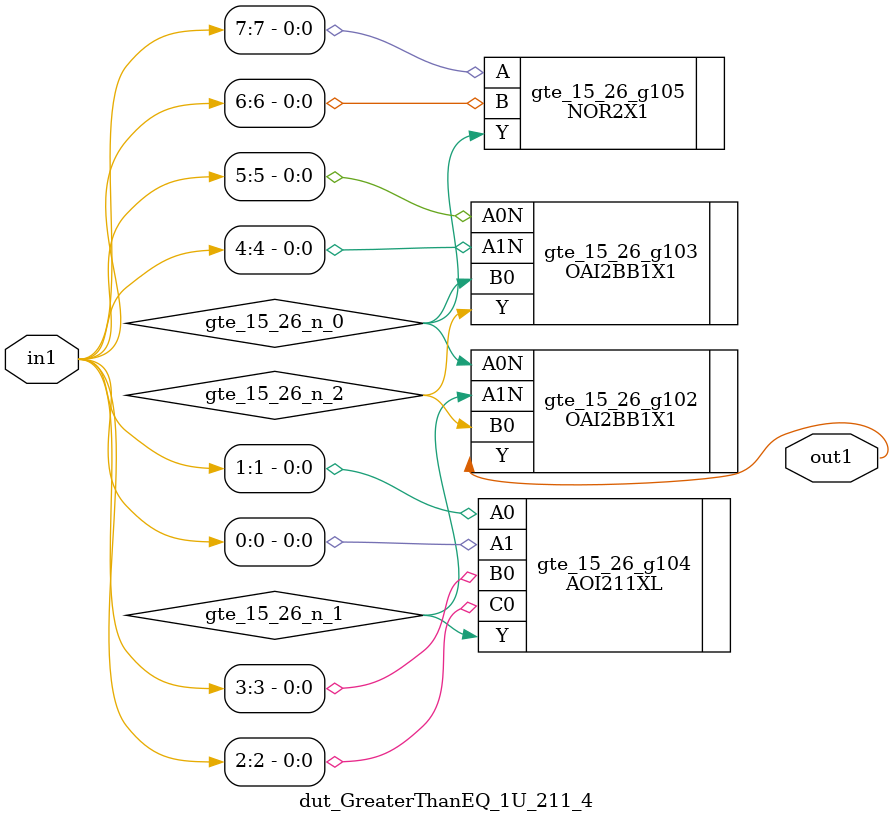
<source format=v>
`timescale 1ps / 1ps


module dut_GreaterThanEQ_1U_211_4(in1, out1);
  input [7:0] in1;
  output out1;
  wire [7:0] in1;
  wire out1;
  wire gte_15_26_n_0, gte_15_26_n_1, gte_15_26_n_2;
  OAI2BB1X1 gte_15_26_g102(.A0N (gte_15_26_n_0), .A1N (gte_15_26_n_1),
       .B0 (gte_15_26_n_2), .Y (out1));
  OAI2BB1X1 gte_15_26_g103(.A0N (in1[5]), .A1N (in1[4]), .B0
       (gte_15_26_n_0), .Y (gte_15_26_n_2));
  AOI211XL gte_15_26_g104(.A0 (in1[1]), .A1 (in1[0]), .B0 (in1[3]), .C0
       (in1[2]), .Y (gte_15_26_n_1));
  NOR2X1 gte_15_26_g105(.A (in1[7]), .B (in1[6]), .Y (gte_15_26_n_0));
endmodule



</source>
